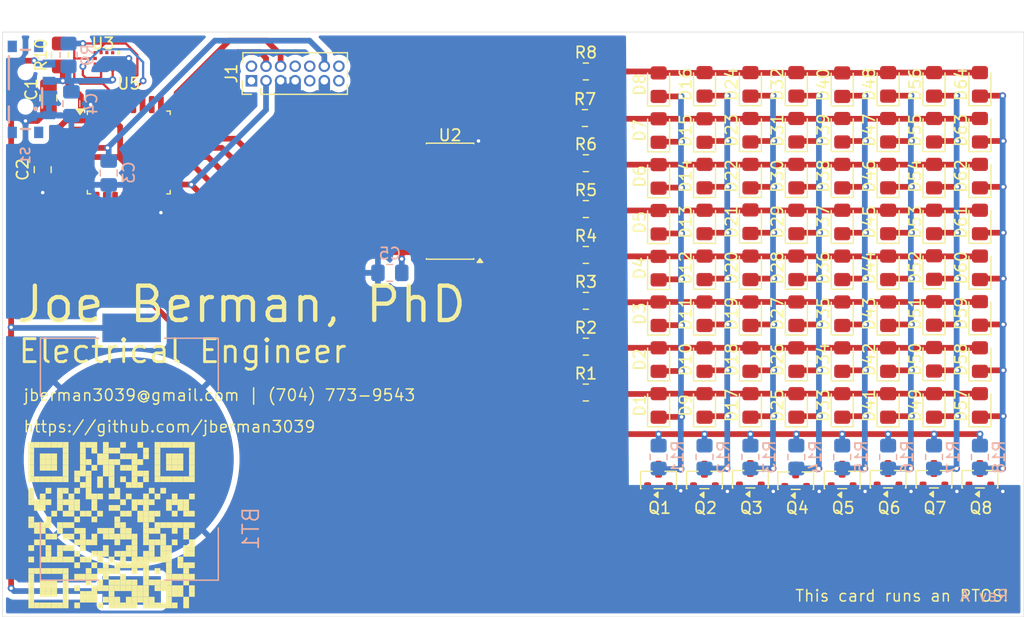
<source format=kicad_pcb>
(kicad_pcb (version 20241229) (generator "pcbnew") (generator_version "9.0")
  (layers (0 "F.Cu" signal) (2 "B.Cu" signal) (13 "F.Paste" user) (15 "B.Paste" user) (5 "F.SilkS" user "F.Silkscreen") (7 "B.SilkS" user "B.Silkscreen") (1 "F.Mask" user) (3 "B.Mask" user) (25 "Edge.Cuts" user))
  (net 0 "")
  (net 1 "GND")
  (net 3 "NRST")
  (net 6 "SWCLK")
  (net 7 "VDD")
  (net 8 "SWDIO")
  (net 20 "COL1_EN")
  (net 21 "Net-(D1-K)")
  (net 22 "COL2_EN")
  (net 23 "COL3_EN")
  (net 24 "COL4_EN")
  (net 25 "COL5_EN")
  (net 26 "COL6_EN")
  (net 27 "COL7_EN")
  (net 28 "COL8_EN")
  (net 29 "Net-(D10-K)")
  (net 30 "Net-(D17-K)")
  (net 31 "Net-(D25-K)")
  (net 32 "Net-(D33-K)")
  (net 33 "Net-(D41-K)")
  (net 34 "Net-(D49-K)")
  (net 35 "Net-(D57-K)")
  (net 36 "ROW1_EN")
  (net 37 "Net-(U2-QA)")
  (net 38 "Net-(U2-QB)")
  (net 39 "Net-(U2-QC)")
  (net 40 "Net-(U2-QD)")
  (net 41 "Net-(U2-QE)")
  (net 42 "Net-(U2-QF)")
  (net 43 "Net-(U2-QG)")
  (net 44 "Net-(U2-QH)")
  (net 45 "SRCLR")
  (net 46 "SER")
  (net 47 "SCL")
  (net 48 "INT")
  (net 57 "ROW2_EN")
  (net 58 "ROW3_EN")
  (net 59 "ROW4_EN")
  (net 60 "ROW5_EN")
  (net 61 "ROW6_EN")
  (net 62 "ROW7_EN")
  (net 63 "ROW8_EN")
  (net 64 "SDA")
  (net 65 "OE")
  (net 66 "Net-(BT1-PadP1)")
  (net 67 "SRCLK")
  (footprint "Resistor_SMD:R_0805_2012Metric_Pad1.20x1.40mm_HandSolder" (layer "F.Cu") (at 148.33125 85.9375)
    (property "Reference" "R1")
    (property "Value" "1KOhm")
  )
  (footprint "Connector_PinHeader_1.27mm:PinHeader_2x07_P1.27mm_Vertical" (layer "F.Cu") (at 119.19 58.75 90)
    (property "Reference" "J1")
    (property "Value" "Conn_ST_STDC14")
  )
  (footprint "Resistor_SMD:R_0805_2012Metric_Pad1.20x1.40mm_HandSolder" (layer "F.Cu") (at 148.33125 77.9375)
    (property "Reference" "R3")
    (property "Value" "1KOhm")
  )
  (footprint "LED_SMD:LED_0805_2012Metric_Pad1.15x1.40mm_HandSolder" (layer "F.Cu") (at 182.66875 71.0625 90)
    (property "Reference" "D61")
    (property "Value" "LED")
  )
  (footprint "LED_SMD:LED_0805_2012Metric_Pad1.15x1.40mm_HandSolder" (layer "F.Cu") (at 182.66875 87.0625 90)
    (property "Reference" "D57")
    (property "Value" "LED")
  )
  (footprint "Resistor_SMD:R_0805_2012Metric_Pad1.20x1.40mm_HandSolder" (layer "F.Cu") (at 148.33125 81.9375)
    (property "Reference" "R2")
    (property "Value" "1KOhm")
  )
  (footprint "LED_SMD:LED_0805_2012Metric_Pad1.15x1.40mm_HandSolder" (layer "F.Cu") (at 178.66875 75.0375 90)
    (property "Reference" "D52")
    (property "Value" "LED")
  )
  (footprint "LED_SMD:LED_0805_2012Metric_Pad1.15x1.40mm_HandSolder" (layer "F.Cu") (at 166.66875 71.0625 90)
    (property "Reference" "D29")
    (property "Value" "LED")
  )
  (footprint "LED_SMD:LED_0805_2012Metric_Pad1.15x1.40mm_HandSolder" (layer "F.Cu") (at 162.66875 87.0625 90)
    (property "Reference" "D17")
    (property "Value" "LED")
  )
  (footprint "LED_SMD:LED_0805_2012Metric_Pad1.15x1.40mm_HandSolder" (layer "F.Cu") (at 182.66875 79.0375 90)
    (property "Reference" "D59")
    (property "Value" "LED")
  )
  (footprint "LED_SMD:LED_0805_2012Metric_Pad1.15x1.40mm_HandSolder" (layer "F.Cu") (at 162.66875 67.0625 90)
    (property "Reference" "D22")
    (property "Value" "LED")
  )
  (footprint "LED_SMD:LED_0805_2012Metric_Pad1.15x1.40mm_HandSolder" (layer "F.Cu") (at 166.66875 87.0625 90)
    (property "Reference" "D25")
    (property "Value" "LED")
  )
  (footprint "LED_SMD:LED_0805_2012Metric_Pad1.15x1.40mm_HandSolder" (layer "F.Cu") (at 170.66875 63.0625 90)
    (property "Reference" "D39")
    (property "Value" "LED")
  )
  (footprint "LED_SMD:LED_0805_2012Metric_Pad1.15x1.40mm_HandSolder" (layer "F.Cu") (at 182.66875 75.0625 90)
    (property "Reference" "D60")
    (property "Value" "LED")
  )
  (footprint "LED_SMD:LED_0805_2012Metric_Pad1.15x1.40mm_HandSolder" (layer "F.Cu") (at 182.66875 63.0625 90)
    (property "Reference" "D63")
    (property "Value" "LED")
  )
  (footprint "Github_QR:Github_QR" (layer "F.Cu") (at 107 97.5)
    (property "Reference" "QR*****" (hide yes))
    (property "Value" "Github_QR" (hide yes))
  )
  (footprint "LED_SMD:LED_0805_2012Metric_Pad1.15x1.40mm_HandSolder" (layer "F.Cu") (at 158.66875 71.0625 90)
    (property "Reference" "D13")
    (property "Value" "LED")
  )
  (footprint "LED_SMD:LED_0805_2012Metric_Pad1.15x1.40mm_HandSolder" (layer "F.Cu") (at 166.66875 75.0625 90)
    (property "Reference" "D28")
    (property "Value" "LED")
  )
  (footprint "LED_SMD:LED_0805_2012Metric_Pad1.15x1.40mm_HandSolder" (layer "F.Cu") (at 154.66875 71.0875 90)
    (property "Reference" "D5")
    (property "Value" "LED")
  )
  (footprint "LED_SMD:LED_0805_2012Metric_Pad1.15x1.40mm_HandSolder" (layer "F.Cu") (at 178.66875 87.0625 90)
    (property "Reference" "D49")
    (property "Value" "LED")
  )
  (footprint "LED_SMD:LED_0805_2012Metric_Pad1.15x1.40mm_HandSolder" (layer "F.Cu") (at 162.66875 79.0625 90)
    (property "Reference" "D19")
    (property "Value" "LED")
  )
  (footprint "LED_SMD:LED_0805_2012Metric_Pad1.15x1.40mm_HandSolder" (layer "F.Cu") (at 158.66875 59.0625 90)
    (property "Reference" "D16")
    (property "Value" "LED")
  )
  (footprint "LED_SMD:LED_0805_2012Metric_Pad1.15x1.40mm_HandSolder" (layer "F.Cu") (at 174.66875 63.0625 90)
    (property "Reference" "D47")
    (property "Value" "LED")
  )
  (footprint "LED_SMD:LED_0805_2012Metric_Pad1.15x1.40mm_HandSolder" (layer "F.Cu") (at 166.66875 79.0625 90)
    (property "Reference" "D27")
    (property "Value" "LED")
  )
  (footprint "LED_SMD:LED_0805_2012Metric_Pad1.15x1.40mm_HandSolder" (layer "F.Cu") (at 162.66875 83.0625 90)
    (property "Reference" "D18")
    (property "Value" "LED")
  )
  (footprint "LED_SMD:LED_0805_2012Metric_Pad1.15x1.40mm_HandSolder" (layer "F.Cu") (at 170.66875 59.0875 90)
    (property "Reference" "D40")
    (property "Value" "LED")
  )
  (footprint "LED_SMD:LED_0805_2012Metric_Pad1.15x1.40mm_HandSolder" (layer "F.Cu") (at 154.66875 79.0625 90)
    (property "Reference" "D3")
    (property "Value" "LED")
  )
  (footprint "LED_SMD:LED_0805_2012Metric_Pad1.15x1.40mm_HandSolder" (layer "F.Cu") (at 166.66875 67.0625 90)
    (property "Reference" "D30")
    (property "Value" "LED")
  )
  (footprint "LED_SMD:LED_0805_2012Metric_Pad1.15x1.40mm_HandSolder" (layer "F.Cu") (at 174.66875 87.0625 90)
    (property "Reference" "D41")
    (property "Value" "LED")
  )
  (footprint "LED_SMD:LED_0805_2012Metric_Pad1.15x1.40mm_HandSolder" (layer "F.Cu") (at 158.66875 75.0625 90)
    (property "Reference" "D12")
    (property "Value" "LED")
  )
  (footprint "Package_TO_SOT_SMD:SOT-23" (layer "F.Cu") (at 170.6625 93.5625 90)
    (property "Reference" "Q5")
    (property "Value" "T2N7002AK")
  )
  (footprint "LED_SMD:LED_0805_2012Metric_Pad1.15x1.40mm_HandSolder" (layer "F.Cu") (at 166.66875 63.0625 90)
    (property "Reference" "D31")
    (property "Value" "LED")
  )
  (footprint "LED_SMD:LED_0805_2012Metric_Pad1.15x1.40mm_HandSolder" (layer "F.Cu") (at 178.66875 71.0625 90)
    (property "Reference" "D53")
    (property "Value" "LED")
  )
  (footprint "LED_SMD:LED_0805_2012Metric_Pad1.15x1.40mm_HandSolder" (layer "F.Cu") (at 162.66875 63.0625 90)
    (property "Reference" "D23")
    (property "Value" "LED")
  )
  (footprint "LED_SMD:LED_0805_2012Metric_Pad1.15x1.40mm_HandSolder" (layer "F.Cu") (at 178.66875 79.0375 90)
    (property "Reference" "D51")
    (property "Value" "LED")
  )
  (footprint "LED_SMD:LED_0805_2012Metric_Pad1.15x1.40mm_HandSolder" (layer "F.Cu") (at 178.66875 63.0625 90)
    (property "Reference" "D55")
    (property "Value" "LED")
  )
  (footprint "LED_SMD:LED_0805_2012Metric_Pad1.15x1.40mm_HandSolder" (layer "F.Cu") (at 158.66875 83.0625 90)
    (property "Reference" "D10")
    (property "Value" "LED")
  )
  (footprint "LED_SMD:LED_0805_2012Metric_Pad1.15x1.40mm_HandSolder" (layer "F.Cu") (at 174.66875 71.0625 90)
    (property "Reference" "D45")
    (property "Value" "LED")
  )
  (footprint "Resistor_SMD:R_0805_2012Metric_Pad1.20x1.40mm_HandSolder" (layer "F.Cu") (at 102.5 56.5 90)
    (property "Reference" "R10")
    (property "Value" "4.7KOhm")
  )
  (footprint "LED_SMD:LED_0805_2012Metric_Pad1.15x1.40mm_HandSolder" (layer "F.Cu") (at 182.66875 67.0625 90)
    (property "Reference" "D62")
    (property "Value" "LED")
  )
  (footprint "Capacitor_SMD:C_0805_2012Metric_Pad1.18x1.45mm_HandSolder" (layer "F.Cu") (at 101.5 60.25 -90)
    (property "Reference" "C1")
    (property "Value" "0.47uF")
  )
  (footprint "LED_SMD:LED_0805_2012Metric_Pad1.15x1.40mm_HandSolder" (layer "F.Cu") (at 154.66875 67.0875 90)
    (property "Reference" "D6")
    (property "Value" "LED")
  )
  (footprint "Resistor_SMD:R_0805_2012Metric_Pad1.20x1.40mm_HandSolder" (layer "F.Cu") (at 148.33125 69.9375)
    (property "Reference" "R5")
    (property "Value" "1KOhm")
  )
  (footprint "footprints:MXC6655XA_MEM" (layer "F.Cu") (at 106.337 57.049999)
    (property "Reference" "U3")
    (property "Value" "MXC6655XA")
  )
  (footprint "LED_SMD:LED_0805_2012Metric_Pad1.15x1.40mm_HandSolder" (layer "F.Cu") (at 182.66875 83.0625 90)
    (property "Reference" "D58")
    (property "Value" "LED")
  )
  (footprint "LED_SMD:LED_0805_2012Metric_Pad1.15x1.40mm_HandSolder" (layer "F.Cu") (at 174.66875 83.0625 90)
    (property "Reference" "D42")
    (property "Value" "LED")
  )
  (footprint "LED_SMD:LED_0805_2012Metric_Pad1.15x1.40mm_HandSolder" (layer "F.Cu") (at 170.66875 87.0625 90)
    (property "Reference" "D33")
    (property "Value" "LED")
  )
  (footprint "Package_TO_SOT_SMD:SOT-23" (layer "F.Cu") (at 158.6625 93.5625 90)
    (property "Reference" "Q2")
    (property "Value" "T2N7002AK")
  )
  (footprint "Package_TO_SOT_SMD:SOT-23" (layer "F.Cu") (at 154.6625 93.5625 90)
    (property "Reference" "Q1")
    (property "Value" "T2N7002AK")
  )
  (footprint "LED_SMD:LED_0805_2012Metric_Pad1.15x1.40mm_HandSolder" (layer "F.Cu") (at 174.66875 79.0625 90)
    (property "Reference" "D43")
    (property "Value" "LED")
  )
  (footprint "LED_SMD:LED_0805_2012Metric_Pad1.15x1.40mm_HandSolder" (layer "F.Cu") (at 174.66875 75.0625 90)
    (property "Reference" "D44")
    (property "Value" "LED")
  )
  (footprint "LED_SMD:LED_0805_2012Metric_Pad1.15x1.40mm_HandSolder" (layer "F.Cu") (at 154.66875 83.0625 90)
    (property "Reference" "D2")
    (property "Value" "LED")
  )
  (footprint "LED_SMD:LED_0805_2012Metric_Pad1.15x1.40mm_HandSolder" (layer "F.Cu") (at 174.66875 67.0625 90)
    (property "Reference" "D46")
    (property "Value" "LED")
  )
  (footprint "LED_SMD:LED_0805_2012Metric_Pad1.15x1.40mm_HandSolder" (layer "F.Cu") (at 178.66875 83.0375 90)
    (property "Reference" "D50")
    (property "Value" "LED")
  )
  (footprint "Package_TO_SOT_SMD:SOT-23" (layer "F.Cu") (at 182.6625 93.5 90)
    (property "Reference" "Q8")
    (property "Value" "T2N7002AK")
  )
  (footprint "Package_TO_SOT_SMD:SOT-23" (layer "F.Cu") (at 178.6625 93.5 90)
    (property "Reference" "Q7")
    (property "Value" "T2N7002AK")
  )
  (footprint "LED_SMD:LED_0805_2012Metric_Pad1.15x1.40mm_HandSolder" (layer "F.Cu") (at 162.66875 59.0625 90)
    (property "Reference" "D24")
    (property "Value" "LED")
  )
  (footprint "LED_SMD:LED_0805_2012Metric_Pad1.15x1.40mm_HandSolder" (layer "F.Cu") (at 154.66875 63.0875 90)
    (property "Reference" "D7")
    (property "Value" "LED")
  )
  (footprint "Package_TO_SOT_SMD:SOT-23" (layer "F.Cu") (at 162.6625 93.5 90)
    (property "Reference" "Q3")
    (property "Value" "T2N7002AK")
  )
  (footprint "Resistor_SMD:R_0805_2012Metric_Pad1.20x1.40mm_HandSolder" (layer "F.Cu") (at 148.33125 73.9375)
    (property "Reference" "R4")
    (property "Value" "1KOhm")
  )
  (footprint "LED_SMD:LED_0805_2012Metric_Pad1.15x1.40mm_HandSolder" (layer "F.Cu") (at 182.66875 59.0625 90)
    (property "Reference" "D64")
    (property "Value" "LED")
  )
  (footprint "Package_TO_SOT_SMD:SOT-23" (layer "F.Cu") (at 166.6125 93.625 90)
    (property "Reference" "Q4")
    (property "Value" "T2N7002AK")
  )
  (footprint "Package_TO_SOT_SMD:SOT-23" (layer "F.Cu") (at 174.6625 93.5 90)
    (property "Reference" "Q6")
    (property "Value" "T2N7002AK")
  )
  (footprint "LED_SMD:LED_0805_2012Metric_Pad1.15x1.40mm_HandSolder" (layer "F.Cu") (at 158.66875 87.0625 90)
    (property "Reference" "D9")
    (property "Value" "LED")
  )
  (footprint "Capacitor_SMD:C_0805_2012Metric_Pad1.18x1.45mm_HandSolder" (layer "F.Cu") (at 101 66.5 -90)
    (property "Reference" "C2")
    (property "Value" "100nF")
  )
  (footprint "LED_SMD:LED_0805_2012Metric_Pad1.15x1.40mm_HandSolder" (layer "F.Cu") (at 178.66875 59.0625 90)
    (property "Reference" "D56")
    (property "Value" "LED")
  )
  (footprint "LED_SMD:LED_0805_2012Metric_Pad1.15x1.40mm_HandSolder" (layer "F.Cu") (at 166.66875 59.0625 90)
    (property "Reference" "D32")
    (property "Value" "LED")
  )
  (footprint "LED_SMD:LED_0805_2012Metric_Pad1.15x1.40mm_HandSolder" (layer "F.Cu") (at 154.66875 75.0875 90)
    (property "Reference" "D4")
    (property "Value" "LED")
  )
  (footprint "Package_QFP:LQFP-32_7x7mm_P0.8mm" (layer "F.Cu") (at 108.5 65)
    (property "Reference" "U5")
    (property "Value" "STM32L412K8Tx")
  )
  (footprint "LED_SMD:LED_0805_2012Metric_Pad1.15x1.40mm_HandSolder" (layer "F.Cu") (at 170.66875 83.0625 90)
    (property "Reference" "D34")
    (property "Value" "LED")
  )
  (footprint "LED_SMD:LED_0805_2012Metric_Pad1.15x1.40mm_HandSolder" (layer "F.Cu") (at 162.66875 75.0625 90)
    (property "Reference" "D20")
    (property "Value" "LED")
  )
  (footprint "Package_SO:SOIC-16_3.9x9.9mm_P1.27mm" (layer "F.Cu") (at 136.5 69.25 180)
    (property "Reference" "U2")
    (property "Value" "74HC595")
  )
  (footprint "LED_SMD:LED_0805_2012Metric_Pad1.15x1.40mm_HandSolder" (layer "F.Cu") (at 170.66875 75.0625 90)
    (property "Reference" "D36")
    (property "Value" "LED")
  )
  (footprint "LED_SMD:LED_0805_2012Metric_Pad1.15x1.40mm_HandSolder" (layer "F.Cu") (at 154.66875 59.0875 90)
    (property "Reference" "D8")
    (property "Value" "LED")
  )
  (footprint "Resistor_SMD:R_0805_2012Metric_Pad1.20x1.40mm_HandSolder" (layer "F.Cu") (at 148.33125 65.9375)
    (property "Reference" "R6")
    (property "Value" "1KOhm")
  )
  (footprint "LED_SMD:LED_0805_2012Metric_Pad1.15x1.40mm_HandSolder" (layer "F.Cu") (at 170.66875 71.0625 90)
    (property "Reference" "D37")
    (property "Value" "LED")
  )
  (footprint "LED_SMD:LED_0805_2012Metric_Pad1.15x1.40mm_HandSolder" (layer "F.Cu") (at 158.66875 79.0625 90)
    (property "Reference" "D11")
    (property "Value" "LED")
  )
  (footprint "LED_SMD:LED_0805_2012Metric_Pad1.15x1.40mm_HandSolder" (layer "F.Cu") (at 166.66875 83.0625 90)
    (property "Reference" "D26")
    (property "Value" "LED")
  )
  (footprint "LED_SMD:LED_0805_2012Metric_Pad1.15x1.40mm_HandSolder" (layer "F.Cu") (at 178.66875 67.0625 90)
    (property "Reference" "D54")
    (property "Value" "LED")
  )
  (footprint "LED_SMD:LED_0805_2012Metric_Pad1.15x1.40mm_HandSolder" (layer "F.Cu") (at 170.66875 79.0625 90)
    (property "Reference" "D35")
    (property "Value" "LED")
  )
  (footprint "Resistor_SMD:R_0805_2012Metric_Pad1.20x1.40mm_HandSolder" (layer "F.Cu") (at 148.33125 57.9375)
    (property "Reference" "R8")
    (property "Value" "1KOhm")
  )
  (footprint "LED_SMD:LED_0805_2012Metric_Pad1.15x1.40mm_HandSolder" (layer "F.Cu") (at 158.66875 63.0875 90)
    (property "Reference" "D15")
    (property "Value" "LED")
  )
  (footprint "LED_SMD:LED_0805_2012Metric_Pad1.15x1.40mm_HandSolder" (layer "F.Cu") (at 162.66875 71.0375 90)
    (property "Reference" "D21")
    (property "Value" "LED")
  )
  (footprint "Resistor_SMD:R_0805_2012Metric_Pad1.20x1.40mm_HandSolder" (layer "F.Cu") (at 148.25 62)
    (property "Reference" "R7")
    (property "Value" "1KOhm")
  )
  (footprint "LED_SMD:LED_0805_2012Metric_Pad1.15x1.40mm_HandSolder" (layer "F.Cu") (at 170.66875 67.0625 90)
    (property "Reference" "D38")
    (property "Value" "LED")
  )
  (footprint "LED_SMD:LED_0805_2012Metric_Pad1.15x1.40mm_HandSolder" (layer "F.Cu") (at 154.66875 87.0625 90)
    (property "Reference" "D1")
    (property "Value" "LED")
  )
  (footprint "LED_SMD:LED_0805_2012Metric_Pad1.15x1.40mm_HandSolder" (layer "F.Cu") (at 158.66875 67.0625 90)
    (property "Reference" "D14")
    (property "Value" "LED")
  )
  (footprint "LED_SMD:LED_0805_2012Metric_Pad1.15x1.40mm_HandSolder" (layer "F.Cu") (at 174.66875 59.0625 90)
    (property "Reference" "D48")
    (property "Value" "LED")
  )
  (footprint "Resistor_SMD:R_0805_2012Metric_Pad1.20x1.40mm_HandSolder" (layer "B.Cu") (at 103.25 56.5 90)
    (property "Reference" "R9")
    (property "Value" "4.7KOhm")
  )
  (footprint "BAT-HLD-001:BAT_BAT-HLD-001" (layer "B.Cu") (at 108.75 91.75 90)
    (property "Reference" "BT1")
    (property "Value" "BAT-HLD-001")
  )
  (footprint "Resistor_SMD:R_0805_2012Metric_Pad1.20x1.40mm_HandSolder" (layer "B.Cu") (at 158.66875 91.5625 90)
    (property "Reference" "R12")
    (property "Value" "10KOhm")
  )
  (footprint "Resistor_SMD:R_0805_2012Metric_Pad1.20x1.40mm_HandSolder" (layer "B.Cu") (at 182.66875 91.5625 90)
    (property "Reference" "R18")
    (property "Value" "10KOhm")
  )
  (footprint "Resistor_SMD:R_0805_2012Metric_Pad1.20x1.40mm_HandSolder" (layer "B.Cu") (at 178.66875 91.5625 90)
    (property "Reference" "R17")
    (property "Value" "10KOhm")
  )
  (footprint "Resistor_SMD:R_0805_2012Metric_Pad1.20x1.40mm_HandSolder" (layer "B.Cu") (at 154.66875 91.5625 90)
    (property "Reference" "R11")
    (property "Value" "10KOhm")
  )
  (footprint "Resistor_SMD:R_0805_2012Metric_Pad1.20x1.40mm_HandSolder" (layer "B.Cu") (at 162.66875 91.5625 90)
    (property "Reference" "R13")
    (property "Value" "10KOhm")
  )
  (footprint "Resistor_SMD:R_0805_2012Metric_Pad1.20x1.40mm_HandSolder" (layer "B.Cu") (at 174.66875 91.5625 90)
    (property "Reference" "R16")
    (property "Value" "10KOhm")
  )
  (footprint "Capacitor_SMD:C_0805_2012Metric_Pad1.18x1.45mm_HandSolder" (layer "B.Cu") (at 106.75 66.7875 -90)
    (property "Reference" "C3")
    (property "Value" "100nF")
  )
  (footprint "450404015514:450404015514" (layer "B.Cu") (at 99.5 59.5 -90)
    (property "Reference" "S1")
    (property "Value" "450404015514")
  )
  (footprint "Capacitor_SMD:C_0805_2012Metric_Pad1.18x1.45mm_HandSolder" (layer "B.Cu") (at 103.5 60.75 -90)
    (property "Reference" "C4")
    (property "Value" "100nF")
  )
  (footprint "Resistor_SMD:R_0805_2012Metric_Pad1.20x1.40mm_HandSolder" (layer "B.Cu") (at 170.66875 91.5625 90)
    (property "Reference" "R15")
    (property "Value" "10KOhm")
  )
  (footprint "Resistor_SMD:R_0805_2012Metric_Pad1.20x1.40mm_HandSolder" (layer "B.Cu") (at 166.66875 91.5625 90)
    (property "Reference" "R14")
    (property "Value" "10KOhm")
  )
  (footprint "Capacitor_SMD:C_0805_2012Metric_Pad1.18x1.45mm_HandSolder" (layer "B.Cu") (at 131.25 75.5 180)
    (property "Reference" "C5")
    (property "Value" "100nF")
  )
  (gr_rect (start 97.5 54.5) (end 186.5 105.5) (stroke (width 0.05)) (fill no) (layer "Edge.Cuts"))
  (gr_text "Joe Berman, PhD" (at 98.5 80 0) (layer "F.SilkS") (effects (font (size 3 3) (thickness 0.375)) (justify left bottom)))
  (gr_text "Electrical Engineer" (at 98.75 83.5 0) (layer "F.SilkS") (effects (font (size 2 2) (thickness 0.25)) (justify left bottom)))
  (gr_text "https://github.com/jberman3039" (at 99.25 89.5 0) (layer "F.SilkS") (effects (font (size 1 1) (thickness 0.125)) (justify left bottom)))
  (gr_text "jberman3039@gmail.com | (704) 773-9543" (at 99.25 86.75 0) (layer "F.SilkS") (effects (font (size 1 1) (thickness 0.125)) (justify left bottom)))
  (gr_text "This card runs an RTOS!" (at 166.5 104.25 0) (layer "F.SilkS") (effects (font (size 1 1) (thickness 0.125)) (justify left bottom)))
  (gr_text "Rev A" (at 185.25 104.25 0) (layer "B.SilkS") (effects (font (size 1 1) (thickness 0.125)) (justify left bottom mirror)))
  (segment (start 183.675 94.5625) (end 184.6625 94.5625) (width 0.5) (layer "F.Cu") (net 1))
  (segment (start 175.675 94.5625) (end 176.6625 94.5625) (width 0.5) (layer "F.Cu") (net 1))
  (segment (start 163.675 94.5625) (end 164.6625 94.5625) (width 0.5) (layer "F.Cu") (net 1))
  (segment (start 138.975 64.805) (end 138.975 64) (width 0.5) (layer "F.Cu") (net 1))
  (segment (start 105.175 60.825) (end 106.5 60.825) (width 0.5) (layer "F.Cu") (net 1))
  (segment (start 108.5 56.799999) (end 107.099 56.799999) (width 0.2) (layer "F.Cu") (net 1))
  (segment (start 167.675 94.5625) (end 168.6625 94.5625) (width 0.5) (layer "F.Cu") (net 1))
  (segment (start 111.3 69.175) (end 111.3 70.25) (width 0.5) (layer "F.Cu") (net 1))
  (segment (start 159.675 94.5625) (end 160.6625 94.5625) (width 0.5) (layer "F.Cu") (net 1))
  (segment (start 155.6125 94.5) (end 156.6 94.5) (width 0.5) (layer "F.Cu") (net 1))
  (segment (start 101 68.5) (end 101 67.5375) (width 0.5) (layer "F.Cu") (net 1))
  (segment (start 100.5375 62.25) (end 99.5 62.25) (width 0.5) (layer "F.Cu") (net 1))
  (segment (start 171.675 94.5625) (end 172.6625 94.5625) (width 0.5) (layer "F.Cu") (net 1))
  (segment (start 101.5 61.2875) (end 100.5375 62.25) (width 0.5) (layer "F.Cu") (net 1))
  (segment (start 179.675 94.5625) (end 180.6625 94.5625) (width 0.5) (layer "F.Cu") (net 1))
  (via (at 184.6625 94.5625) (size 0.6) (drill 0.3) (layers "F.Cu" "B.Cu") (net 1))
  (via (at 160.6625 94.5625) (size 0.6) (drill 0.3) (layers "F.Cu" "B.Cu") (net 1))
  (via (at 105.175 60.825) (size 0.6) (drill 0.3) (layers "F.Cu" "B.Cu") (net 1))
  (via (at 156.6 94.5) (size 0.6) (drill 0.3) (layers "F.Cu" "B.Cu") (net 1))
  (via (at 172.6625 94.5625) (size 0.6) (drill 0.3) (layers "F.Cu" "B.Cu") (net 1))
  (via (at 138.975 64) (size 0.6) (drill 0.3) (layers "F.Cu" "B.Cu") (net 1))
  (via (at 176.6625 94.5625) (size 0.6) (drill 0.3) (layers "F.Cu" "B.Cu") (net 1))
  (via (at 168.6625 94.5625) (size 0.6) (drill 0.3) (layers "F.Cu" "B.Cu") (net 1))
  (via (at 111.3 70.25) (size 0.6) (drill 0.3) (layers "F.Cu" "B.Cu") (net 1))
  (via (at 108.5 56.799999) (size 0.6) (drill 0.3) (layers "F.Cu" "B.Cu") (net 1))
  (via (at 180.6625 94.5625) (size 0.6) (drill 0.3) (layers "F.Cu" "B.Cu") (net 1))
  (via (at 99.5 62.25) (size 0.6) (drill 0.3) (layers "F.Cu" "B.Cu") (net 1))
  (via (at 101 68.5) (size 0.6) (drill 0.3) (layers "F.Cu" "B.Cu") (net 1))
  (via (at 164.6625 94.5625) (size 0.6) (drill 0.3) (layers "F.Cu" "B.Cu") (net 1))
  (segment (start 125.54 58.75) (end 125.54 61) (width 1) (layer "B.Cu") (net 1))
  (segment (start 156.6625 94.5625) (end 156.6 94.5) (width 0.5) (layer "B.Cu") (net 1))
  (segment (start 101.55 61.75) (end 101.5 61.75) (width 0.5) (layer "B.Cu") (net 1))
  (segment (start 123 58.75) (end 123 61) (width 1) (layer "B.Cu") (net 1))
  (segment (start 108.5 56.799999) (end 108.551 56.850999) (width 0.5) (layer "B.Cu") (net 1))
  (segment (start 121.75 58.77) (end 121.75 61) (width 1) (layer "B.Cu") (net 1))
  (segment (start 121.73 58.75) (end 121.75 58.77) (width 0.5) (layer "B.Cu") (net 1))
  (segment (start 104.325 64.6) (end 106.65 64.6) (width 0.5) (layer "F.Cu") (net 3))
  (via (at 106.65 64.6) (size 0.6) (drill 0.3) (layers "F.Cu" "B.Cu") (net 3))
  (segment (start 124.25 55.25) (end 125.54 56.54) (width 0.5) (layer "B.Cu") (net 3))
  (segment (start 116 55.25) (end 124.25 55.25) (width 0.5) (layer "B.Cu") (net 3))
  (segment (start 125.54 56.54) (end 125.54 57.48) (width 0.5) (layer "B.Cu") (net 3))
  (segment (start 106.75 65.75) (end 106.75 64.7) (width 0.5) (layer "B.Cu") (net 3))
  (segment (start 106.75 64.7) (end 106.65 64.6) (width 0.5) (layer "B.Cu") (net 3))
  (segment (start 106.65 64.6) (end 116 55.25) (width 0.5) (layer "B.Cu") (net 3))
  (segment (start 121.73 56.481) (end 121.73 57.48) (width 0.5) (layer "F.Cu") (net 6))
  (segment (start 112.675 59.825) (end 117.249 55.251) (width 0.5) (layer "F.Cu") (net 6))
  (segment (start 112.675 62.2) (end 112.675 59.825) (width 0.5) (layer "F.Cu") (net 6))
  (segment (start 117.249 55.251) (end 120.5 55.251) (width 0.5) (layer "F.Cu") (net 6))
  (segment (start 120.5 55.251) (end 121.73 56.481) (width 0.5) (layer "F.Cu") (net 6))
  (segment (start 134.025 74.75) (end 134.025 76.5) (width 0.5) (layer "F.Cu") (net 7))
  (segment (start 107.65 65.4) (end 110.05 67.8) (width 0.5) (layer "F.Cu") (net 7))
  (segment (start 107.2 62.2) (end 107.75 62.75) (width 0.5) (layer "F.Cu") (net 7))
  (segment (start 102.25 65.3375) (end 102.25 63) (width 0.5) (layer "F.Cu") (net 7))
  (segment (start 104.325 65.4) (end 102.3125 65.4) (width 0.5) (layer "F.Cu") (net 7))
  (segment (start 112.675 67.8) (end 113.95 67.8) (width 0.5) (layer "F.Cu") (net 7))
  (segment (start 104.325 62.2) (end 104.325 60.075) (width 0.5) (layer "F.Cu") (net 7))
  (segment (start 102.1875 65.4) (end 101.0625 65.4) (width 0.5) (layer "F.Cu") (net 7))
  (segment (start 110.05 67.8) (end 112.675 67.8) (width 0.5) (layer "F.Cu") (net 7))
  (segment (start 104.325 62.2) (end 107.2 62.2) (width 0.5) (layer "F.Cu") (net 7))
  (segment (start 134.025 73.695) (end 134.025 74.75) (width 0.5) (layer "F.Cu") (net 7))
  (segment (start 101.9625 58.75) (end 101.5 59.2125) (width 0.5) (layer "F.Cu") (net 7))
  (segment (start 103 58.75) (end 102.75 58.75) (width 0.5) (layer "F.Cu") (net 7))
  (segment (start 102.75 57.75) (end 102.5 57.5) (width 0.5) (layer "F.Cu") (net 7))
  (segment (start 103.05 62.2) (end 104.325 62.2) (width 0.5) (layer "F.Cu") (net 7))
  (segment (start 104.325 65.4) (end 107.65 65.4) (width 0.5) (layer "F.Cu") (net 7))
  (segment (start 107.75 65.3) (end 107.65 65.4) (width 0.5) (layer "F.Cu") (net 7))
  (segment (start 104.325 60.075) (end 103 58.75) (width 0.5) (layer "F.Cu") (net 7))
  (segment (start 134.025 76.775) (end 146.8125 89.5625) (width 0.5) (layer "F.Cu") (net 7))
  (segment (start 134.025 76.5) (end 134.025 76.775) (width 0.5) (layer "F.Cu") (net 7))
  (segment (start 132.25 73.695) (end 134.025 73.695) (width 0.5) (layer "F.Cu") (net 7))
  (segment (start 107.75 62.75) (end 107.75 65.3) (width 0.5) (layer "F.Cu") (net 7))
  (segment (start 107.099 58.651) (end 107.099 57.8) (width 0.2) (layer "F.Cu") (net 7))
  (segment (start 102.25 63) (end 103.05 62.2) (width 0.5) (layer "F.Cu") (net 7))
  (segment (start 102.75 58.75) (end 101.9625 58.75) (width 0.5) (layer "F.Cu") (net 7))
  (segment (start 101.0625 65.4) (end 101 65.4625) (width 0.5) (layer "F.Cu") (net 7))
  (segment (start 102.75 58.75) (end 102.75 57.75) (width 0.5) (layer "F.Cu") (net 7))
  (segment (start 182.66875 89.5625) (end 154.66875 89.5625) (width 0.5) (layer "F.Cu") (net 7))
  (segment (start 102.25 65.3375) (end 102.1875 65.4) (width 0.5) (layer "F.Cu") (net 7))
  (segment (start 113.95 67.8) (end 119.845 73.695) (width 0.5) (layer "F.Cu") (net 7))
  (segment (start 119.845 73.695) (end 132.25 73.695) (width 0.5) (layer "F.Cu") (net 7))
  (segment (start 146.8125 89.5625) (end 154.66875 89.5625) (width 0.5) (layer "F.Cu") (net 7))
  (segment (start 132.2875 74.2875) (end 132.2875 73.7325) (width 0.5) (layer "F.Cu") (net 7))
  (segment (start 102.3125 65.4) (end 102.25 65.3375) (width 0.5) (layer "F.Cu") (net 7))
  (via (at 113.95 67.8) (size 0.6) (drill 0.3) (layers "F.Cu" "B.Cu") (net 7))
  (via (at 170.66875 89.5625) (size 0.6) (drill 0.3) (layers "F.Cu" "B.Cu") (net 7))
  (via (at 174.66875 89.5625) (size 0.6) (drill 0.3) (layers "F.Cu" "B.Cu") (net 7))
  (via (at 158.66875 89.5625) (size 0.6) (drill 0.3) (layers "F.Cu" "B.Cu") (net 7))
  (via (at 162.66875 89.5625) (size 0.6) (drill 0.3) (layers "F.Cu" "B.Cu") (net 7))
  (via (at 166.66875 89.5625) (size 0.6) (drill 0.3) (layers "F.Cu" "B.Cu") (net 7))
  (via (at 178.66875 89.5625) (size 0.6) (drill 0.3) (layers "F.Cu" "B.Cu") (net 7))
  (via (at 132.2875 74.2875) (size 0.6) (drill 0.3) (layers "F.Cu" "B.Cu") (net 7))
  (via (at 107.099 58.651) (size 0.6) (drill 0.3) (layers "F.Cu" "B.Cu") (net 7))
  (via (at 102.75 58.75) (size 0.6) (drill 0.3) (layers "F.Cu" "B.Cu") (net 7))
  (via (at 154.66875 89.5625) (size 0.6) (drill 0.3) (layers "F.Cu" "B.Cu") (net 7))
  (via (at 182.66875 89.5625) (size 0.6) (drill 0.3) (layers "F.Cu" "B.Cu") (net 7))
  (segment (start 166.66875 90.5625) (end 166.66875 89.5625) (width 0.5) (layer "B.Cu") (net 7))
  (segment (start 107 58.75) (end 103.5 58.75) (width 0.5) (layer "B.Cu") (net 7))
  (segment (start 174.66875 90.5625) (end 174.66875 89.5625) (width 0.5) (layer "B.Cu") (net 7))
  (segment (start 120.46 61.29) (end 120.46 58.75) (width 0.5) (layer "B.Cu") (net 7))
  (segment (start 101.55 58.75) (end 102.75 58.75) (width 0.5) (layer "B.Cu") (net 7))
  (segment (start 154.66875 90.5625) (end 154.66875 89.5625) (width 0.5) (layer "B.Cu") (net 7))
  (segment (start 162.66875 90.5625) (end 162.66875 89.5625) (width 0.5) (layer "B.Cu") (net 7))
  (segment (start 107.099 58.651) (end 107 58.75) (width 0.5) (layer "B.Cu") (net 7))
  (segment (start 132.2875 74.2875) (end 132.2875 75.5) (width 0.5) (layer "B.Cu") (net 7))
  (segment (start 113.95 67.8) (end 120.46 61.29) (width 0.5) (layer "B.Cu") (net 7))
  (segment (start 103.5 58.75) (end 103.25 58.75) (width 0.5) (layer "B.Cu") (net 7))
  (segment (start 103.25 58.75) (end 102.75 58.75) (width 0.5) (layer "B.Cu") (net 7))
  (segment (start 103.25 58.75) (end 103.25 57.5) (width 0.5) (layer "B.Cu") (net 7))
  (segment (start 182.66875 90.5625) (end 182.66875 89.5625) (width 0.5) (layer "B.Cu") (net 7))
  (segment (start 158.66875 90.5625) (end 158.66875 89.5625) (width 0.5) (layer "B.Cu") (net 7))
  (segment (start 170.66875 90.5625) (end 170.66875 89.5625) (width 0.5) (layer "B.Cu") (net 7))
  (segment (start 178.66875 90.5625) (end 178.66875 89.5625) (width 0.5) (layer "B.Cu") (net 7))
  (segment (start 103.5 59.7125) (end 103.5 58.75) (width 0.5) (layer "B.Cu") (net 7))
  (segment (start 114.120682 60.120682) (end 117.991364 56.25) (width 0.5) (layer "F.Cu") (net 8))
  (segment (start 117.991364 56.25) (end 119.937106 56.25) (width 0.5) (layer "F.Cu") (net 8))
  (segment (start 114.120682 62.629318) (end 114.120682 60.120682) (width 0.5) (layer "F.Cu") (net 8))
  (segment (start 113.75 63) (end 114.120682 62.629318) (width 0.5) (layer "F.Cu") (net 8))
  (segment (start 119.937106 56.25) (end 120.46 56.772894) (width 0.5) (layer "F.Cu") (net 8))
  (segment (start 112.675 63) (end 113.75 63) (width 0.5) (layer "F.Cu") (net 8))
  (segment (start 120.46 56.772894) (end 120.46 57.48) (width 0.5) (layer "F.Cu") (net 8))
  (segment (start 110.5 70.712075) (end 136.037925 96.25) (width 0.5) (layer "F.Cu") (net 20))
  (segment (start 136.037925 96.25) (end 152.5 96.25) (width 0.5) (layer "F.Cu") (net 20))
  (segment (start 110.5 69.175) (end 110.5 70.712075) (width 0.5) (layer "F.Cu") (net 20))
  (segment (start 152.5 96.25) (end 153.7125 95.0375) (width 0.5) (layer "F.Cu") (net 20))
  (segment (start 153.7125 95.0375) (end 153.7125 94.5) (width 0.5) (layer "F.Cu") (net 20))
  (segment (start 154.71875 68.0625) (end 156.66875 68.0625) (width 0.5) (layer "F.Cu") (net 21))
  (segment (start 154.71875 80.0625) (end 156.66875 80.0625) (width 0.5) (layer "F.Cu") (net 21))
  (segment (start 154.6625 92.625) (end 156.6 92.625) (width 0.5) (layer "F.Cu") (net 21))
  (segment (start 154.71875 84.0625) (end 156.66875 84.0625) (width 0.5) (layer "F.Cu") (net 21))
  (segment (start 154.71875 64.0625) (end 156.66875 64.0625) (width 0.5) (layer "F.Cu") (net 21))
  (segment (start 154.71875 76.0625) (end 156.66875 76.0625) (width 0.5) (layer "F.Cu") (net 21))
  (segment (start 154.71875 72.0625) (end 156.66875 72.0625) (width 0.5) (layer "F.Cu") (net 21))
  (segment (start 154.66875 60.1125) (end 156.61875 60.1125) (width 0.5) (layer "F.Cu") (net 21))
  (segment (start 154.71875 88.0625) (end 156.66875 88.0625) (width 0.5) (layer "F.Cu") (net 21))
  (via (at 156.66875 84.0625) (size 0.6) (drill 0.3) (layers "F.Cu" "B.Cu") (net 21))
  (via (at 156.66875 64.0625) (size 0.6) (drill 0.3) (layers "F.Cu" "B.Cu") (net 21))
  (via (at 156.66875 80.0625) (size 0.6) (drill 0.3) (layers "F.Cu" "B.Cu") (net 21))
  (via (at 156.6 92.625) (size 0.6) (drill 0.3) (layers "F.Cu" "B.Cu") (net 21))
  (via (at 156.61875 60.1125) (size 0.6) (drill 0.3) (layers "F.Cu" "B.Cu") (net 21))
  (via (at 156.66875 68.0625) (size 0.6) (drill 0.3) (layers "F.Cu" "B.Cu") (net 21))
  (via (at 156.66875 76.0625) (size 0.6) (drill 0.3) (layers "F.Cu" "B.Cu") (net 21))
  (via (at 156.66875 88.0625) (size 0.6) (drill 0.3) (layers "F.Cu" "B.Cu") (net 21))
  (via (at 156.66875 72.0625) (size 0.6) (drill 0.3) (layers "F.Cu" "B.Cu") (net 21))
  (segment (start 156.61875 88.0125) (end 156.66875 88.0625) (width 0.5) (layer "B.Cu") (net 21))
  (segment (start 156.6 88.13125) (end 156.66875 88.0625) (width 0.5) (layer "B.Cu") (net 21))
  (segment (start 156.61875 60.1125) (end 156.61875 88.0125) (width 0.5) (layer "B.Cu") (net 21))
  (segment (start 156.6 92.625) (end 156.6 88.13125) (width 0.5) (layer "B.Cu") (net 21))
  (segment (start 156.6 92.625) (end 154.73125 92.625) (width 0.5) (layer "B.Cu") (net 21))
  (segment (start 156.66875 92.55625) (end 156.6 92.625) (width 0.5) (layer "B.Cu") (net 21))
  (segment (start 109.749 69.175) (end 109.749 71.023149) (width 0.5) (layer "F.Cu") (net 22))
  (segment (start 157.7125 95.0375) (end 157.7125 94.5) (width 0.5) (layer "F.Cu") (net 22))
  (segment (start 109.749 71.023149) (end 135.726851 97.001) (width 0.5) (layer "F.Cu") (net 22))
  (segment (start 135.726851 97.001) (end 155.749 97.001) (width 0.5) (layer "F.Cu") (net 22))
  (segment (start 109.7 69.175) (end 109.749 69.175) (width 0.5) (layer "F.Cu") (net 22))
  (segment (start 155.749 97.001) (end 157.7125 95.0375) (width 0.5) (layer "F.Cu") (net 22))
  (segment (start 108.9 71.236223) (end 135.415777 97.752) (width 0.5) (layer "F.Cu") (net 23))
  (segment (start 156.747574 97.752) (end 156.749574 97.75) (width 0.5) (layer "F.Cu") (net 23))
  (segment (start 135.415777 97.752) (end 156.747574 97.752) (width 0.5) (layer "F.Cu") (net 23))
  (segment (start 161.75 95.5) (end 161.7125 95.4625) (width 0.5) (layer "F.Cu") (net 23))
  (segment (start 159.5 97.75) (end 161.75 95.5) (width 0.5) (layer "F.Cu") (net 23))
  (segment (start 161.7125 95.4625) (end 161.7125 94.4375) (width 0.5) (layer "F.Cu") (net 23))
  (segment (start 156.749574 97.75) (end 159.5 97.75) (width 0.5) (layer "F.Cu") (net 23))
  (segment (start 108.9 69.175) (end 108.9 71.236223) (width 0.5) (layer "F.Cu") (net 23))
  (segment (start 135.104703 98.503) (end 157.058648 98.503) (width 0.5) (layer "F.Cu") (net 24))
  (segment (start 157.058648 98.503) (end 157.060648 98.501) (width 0.5) (layer "F.Cu") (net 24))
  (segment (start 165.6625 95.299999) (end 165.6625 94.5625) (width 0.5) (layer "F.Cu") (net 24))
  (segment (start 157.060648 98.501) (end 162.461499 98.501) (width 0.5) (layer "F.Cu") (net 24))
  (segment (start 162.461499 98.501) (end 165.6625 95.299999) (width 0.5) (layer "F.Cu") (net 24))
  (segment (start 108.1 71.498297) (end 108.1 69.175) (width 0.5) (layer "F.Cu") (net 24))
  (segment (start 108.300851 71.699149) (end 135.104703 98.503) (width 0.5) (layer "F.Cu") (net 24))
  (segment (start 108.149 71.547297) (end 108.300851 71.699149) (width 0.5) (layer "F.Cu") (net 24))
  (segment (start 108.300851 71.699149) (end 108.1 71.498297) (width 0.5) (layer "F.Cu") (net 24))
  (segment (start 162.772573 99.252) (end 157.371722 99.252) (width 0.5) (layer "F.Cu") (net 25))
  (segment (start 157.369722 99.254) (end 134.793629 99.254) (width 0.5) (layer "F.Cu") (net 25))
  (segment (start 169.7125 94.5) (end 169.7125 95.237499) (width 0.5) (layer "F.Cu") (net 25))
  (segment (start 107.3 71.760371) (end 107.3 69.175) (width 0.5) (layer "F.Cu") (net 25))
  (segment (start 169.7125 95.237499) (end 165.699999 99.25) (width 0.5) (layer "F.Cu") (net 25))
  (segment (start 134.793629 99.254) (end 107.3 71.760371) (width 0.5) (layer "F.Cu") (net 25))
  (segment (start 162.774573 99.25) (end 162.772573 99.252) (width 0.5) (layer "F.Cu") (net 25))
  (segment (start 157.371722 99.252) (end 157.369722 99.254) (width 0.5) (layer "F.Cu") (net 25))
  (segment (start 165.699999 99.25) (end 162.774573 99.25) (width 0.5) (layer "F.Cu") (net 25))
  (segment (start 163.083647 100.003) (end 157.682796 100.003) (width 0.5) (layer "F.Cu") (net 26))
  (segment (start 157.682796 100.003) (end 157.680796 100.005) (width 0.5) (layer "F.Cu") (net 26))
  (segment (start 134.482555 100.005) (end 106.5 72.022445) (width 0.5) (layer "F.Cu") (net 26))
  (segment (start 173.7125 95.174999) (end 168.886499 100.001) (width 0.5) (layer "F.Cu") (net 26))
  (segment (start 106.5 72.022445) (end 106.5 69.175) (width 0.5) (layer "F.Cu") (net 26))
  (segment (start 168.886499 100.001) (end 163.085647 100.001) (width 0.5) (layer "F.Cu") (net 26))
  (segment (start 157.680796 100.005) (end 134.482555 100.005) (width 0.5) (layer "F.Cu") (net 26))
  (segment (start 173.7125 94.4375) (end 173.7125 95.174999) (width 0.5) (layer "F.Cu") (net 26))
  (segment (start 163.085647 100.001) (end 163.083647 100.003) (width 0.5) (layer "F.Cu") (net 26))
  (segment (start 163.396721 100.752) (end 163.394721 100.754) (width 0.5) (layer "F.Cu") (net 27))
  (segment (start 177.7125 94.4375) (end 177.7125 95.174999) (width 0.5) (layer "F.Cu") (net 27))
  (segment (start 134.171481 100.756) (end 105.7 72.284519) (width 0.5) (layer "F.Cu") (net 27))
  (segment (start 177.7125 95.174999) (end 172.135499 100.752) (width 0.5) (layer "F.Cu") (net 27))
  (segment (start 172.135499 100.752) (end 163.396721 100.752) (width 0.5) (layer "F.Cu") (net 27))
  (segment (start 105.7 72.284519) (end 105.7 69.175) (width 0.5) (layer "F.Cu") (net 27))
  (segment (start 157.99187 100.756) (end 134.171481 100.756) (width 0.5) (layer "F.Cu") (net 27))
  (segment (start 157.99387 100.754) (end 157.99187 100.756) (width 0.5) (layer "F.Cu") (net 27))
  (segment (start 163.394721 100.754) (end 157.99387 100.754) (width 0.5) (layer "F.Cu") (net 27))
  (segment (start 163.705795 101.505) (end 158.304944 101.505) (width 0.5) (layer "F.Cu") (net 28))
  (segment (start 158.302944 101.507) (end 133.860407 101.507) (width 0.5) (layer "F.Cu") (net 28))
  (segment (start 104.325 71.971593) (end 104.325 67.8) (width 0.5) (layer "F.Cu") (net 28))
  (segment (start 163.707795 101.503) (end 163.705795 101.505) (width 0.5) (layer "F.Cu") (net 28))
  (segment (start 181.7125 95.174999) (end 175.384499 101.503) (width 0.5) (layer "F.Cu") (net 28))
  (segment (start 133.860407 101.507) (end 104.325 71.971593) (width 0.5) (layer "F.Cu") (net 28))
  (segment (start 175.384499 101.503) (end 163.707795 101.503) (width 0.5) (layer "F.Cu") (net 28))
  (segment (start 158.304944 101.505) (end 158.302944 101.507) (width 0.5) (layer "F.Cu") (net 28))
  (segment (start 181.7125 94.4375) (end 181.7125 95.174999) (width 0.5) (layer "F.Cu") (net 28))
  (segment (start 158.75 76) (end 160.7 76) (width 0.5) (layer "F.Cu") (net 29))
  (segment (start 158.75 68) (end 160.7 68) (width 0.5) (layer "F.Cu") (net 29))
  (segment (start 158.75 84) (end 160.7 84) (width 0.5) (layer "F.Cu") (net 29))
  (segment (start 158.69375 92.5625) (end 160.63125 92.5625) (width 0.5) (layer "F.Cu") (net 29))
  (segment (start 158.75 72) (end 160.7 72) (width 0.5) (layer "F.Cu") (net 29))
  (segment (start 158.75 80) (end 160.7 80) (width 0.5) (layer "F.Cu") (net 29))
  (segment (start 158.75 64) (end 160.7 64) (width 0.5) (layer "F.Cu") (net 29))
  (segment (start 158.75 88) (end 160.7 88) (width 0.5) (layer "F.Cu") (net 29))
  (segment (start 158.7 60.05) (end 160.65 60.05) (width 0.5) (layer "F.Cu") (net 29))
  (via (at 160.7 88) (size 0.6) (drill 0.3) (layers "F.Cu" "B.Cu") (net 29))
  (via (at 160.7 76) (size 0.6) (drill 0.3) (layers "F.Cu" "B.Cu") (net 29))
  (via (at 160.7 84) (size 0.6) (drill 0.3) (layers "F.Cu" "B.Cu") (net 29))
  (via (at 160.7 68) (size 0.6) (drill 0.3) (layers "F.Cu" "B.Cu") (net 29))
  (via (at 160.7 80) (size 0.6) (drill 0.3) (layers "F.Cu" "B.Cu") (net 29))
  (via (at 160.65 60.05) (size 0.6) (drill 0.3) (layers "F.Cu" "B.Cu") (net 29))
  (via (at 160.63125 92.5625) (size 0.6) (drill 0.3) (layers "F.Cu" "B.Cu") (net 29))
  (via (at 160.7 64) (size 0.6) (drill 0.3) (layers "F.Cu" "B.Cu") (net 29))
  (via (at 160.7 72) (size 0.6) (drill 0.3) (layers "F.Cu" "B.Cu") (net 29))
  (segment (start 160.63125 92.5625) (end 158.66875 92.5625) (width 0.5) (layer "B.Cu") (net 29))
  (segment (start 160.63125 92.5625) (end 160.65 92.54375) (width 0.5) (layer "B.Cu") (net 29))
  (segment (start 160.65 92.54375) (end 160.65 60.05) (width 0.5) (layer "B.Cu") (net 29))
  (segment (start 162.75 64) (end 164.7 64) (width 0.5) (layer "F.Cu") (net 30))
  (segment (start 162.75 84) (end 164.7 84) (width 0.5) (layer "F.Cu") (net 30))
  (segment (start 162.75 68) (end 164.7 68) (width 0.5) (layer "F.Cu") (net 30))
  (segment (start 162.69375 92.5625) (end 164.63125 92.5625) (width 0.5) (layer "F.Cu") (net 30))
  (segment (start 162.75 76) (end 164.7 76) (width 0.5) (layer "F.Cu") (net 30))
  (segment (start 162.7 60.05) (end 164.65 60.05) (width 0.5) (layer "F.Cu") (net 30))
  (segment (start 162.75 88) (end 164.7 88) (width 0.5) (layer "F.Cu") (net 30))
  (segment (start 162.75 80) (end 164.7 80) (width 0.5) (layer "F.Cu") (net 30))
  (segment (start 162.75 72) (end 164.7 72) (width 0.5) (layer "F.Cu") (net 30))
  (via (at 164.65 60.05) (size 0.6) (drill 0.3) (layers "F.Cu" "B.Cu") (net 30))
  (via (at 164.63125 92.5625) (size 0.6) (drill 0.3) (layers "F.Cu" "B.Cu") (net 30))
  (via (at 164.7 68) (size 0.6) (drill 0.3) (layers "F.Cu" "B.Cu") (net 30))
  (via (at 164.7 88) (size 0.6) (drill 0.3) (layers "F.Cu" "B.Cu") (net 30))
  (via (at 164.7 80) (size 0.6) (drill 0.3) (layers "F.Cu" "B.Cu") (net 30))
  (via (at 164.7 84) (size 0.6) (drill 0.3) (layers "F.Cu" "B.Cu") (net 30))
  (via (at 164.7 76) (size 0.6) (drill 0.3) (layers "F.Cu" "B.Cu") (net 30))
  (via (at 164.7 64) (size 0.6) (drill 0.3) (layers "F.Cu" "B.Cu") (net 30))
  (via (at 164.7 72) (size 0.6) (drill 0.3) (layers "F.Cu" "B.Cu") (net 30))
  (segment (start 164.63125 92.5625) (end 164.63125 90.56875) (width 0.5) (layer "B.Cu") (net 30))
  (segment (start 164.6375 90.5625) (end 164.6375 60.0625) (width 0.5) (layer "B.Cu") (net 30))
  (segment (start 164.63125 90.56875) (end 164.6375 90.5625) (width 0.5) (layer "B.Cu") (net 30))
  (segment (start 164.63125 92.5625) (end 162.66875 92.5625) (width 0.5) (layer "B.Cu") (net 30))
  (segment (start 164.6375 60.0625) (end 164.65 60.05) (width 0.5) (layer "B.Cu") (net 30))
  (segment (start 166.75 68) (end 168.7 68) (width 0.5) (layer "F.Cu") (net 31))
  (segment (start 166.69375 92.5625) (end 168.63125 92.5625) (width 0.5) (layer "F.Cu") (net 31))
  (segment (start 166.75 72) (end 168.7 72) (width 0.5) (layer "F.Cu") (net 31))
  (segment (start 166.75 84) (end 168.7 84) (width 0.5) (layer "F.Cu") (net 31))
  (segment (start 166.75 64) (end 168.7 64) (width 0.5) (layer "F.Cu") (net 31))
  (segment (start 166.75 80) (end 168.7 80) (width 0.5) (layer "F.Cu") (net 31))
  (segment (start 166.75 76) (end 168.7 76) (width 0.5) (layer "F.Cu") (net 31))
  (segment (start 166.75 88) (end 168.7 88) (width 0.5) (layer "F.Cu") (net 31))
  (segment (start 166.7 60.05) (end 168.65 60.05) (width 0.5) (layer "F.Cu") (net 31))
  (via (at 168.7 80) (size 0.6) (drill 0.3) (layers "F.Cu" "B.Cu") (net 31))
  (via (at 168.7 72) (size 0.6) (drill 0.3) (layers "F.Cu" "B.Cu") (net 31))
  (via (at 168.7 76) (size 0.6) (drill 0.3) (layers "F.Cu" "B.Cu") (net 31))
  (via (at 168.7 88) (size 0.6) (drill 0.3) (layers "F.Cu" "B.Cu") (net 31))
  (via (at 168.63125 92.5625) (size 0.6) (drill 0.3) (layers "F.Cu" "B.Cu") (net 31))
  (via (at 168.7 68) (size 0.6) (drill 0.3) (layers "F.Cu" "B.Cu") (net 31))
  (via (at 168.7 64) (size 0.6) (drill 0.3) (layers "F.Cu" "B.Cu") (net 31))
  (via (at 168.7 84) (size 0.6) (drill 0.3) (layers "F.Cu" "B.Cu") (net 31))
  (via (at 168.65 60.05) (size 0.6) (drill 0.3) (layers "F.Cu" "B.Cu") (net 31))
  (segment (start 168.63125 92.5625) (end 166.66875 92.5625) (width 0.5) (layer "B.Cu") (net 31))
  (segment (start 168.6375 60.0625) (end 168.6375 90.5625) (width 0.5) (layer "B.Cu") (net 31))
  (segment (start 168.63125 90.56875) (end 168.6375 90.5625) (width 0.5) (layer "B.Cu") (net 31))
  (segment (start 168.63125 92.5625) (end 168.63125 90.56875) (width 0.5) (layer "B.Cu") (net 31))
  (segment (start 168.65 60.05) (end 168.6375 60.0625) (width 0.5) (layer "B.Cu") (net 31))
  (segment (start 170.7 60.05) (end 172.65 60.05) (width 0.5) (layer "F.Cu") (net 32))
  (segment (start 170.69375 92.5625) (end 172.63125 92.5625) (width 0.5) (layer "F.Cu") (net 32))
  (segment (start 170.75 76) (end 172.7 76) (width 0.5) (layer "F.Cu") (net 32))
  (segment (start 170.75 68) (end 172.7 68) (width 0.5) (layer "F.Cu") (net 32))
  (segment (start 170.75 88) (end 172.7 88) (width 0.5) (layer "F.Cu") (net 32))
  (segment (start 170.75 72) (end 172.7 72) (width 0.5) (layer "F.Cu") (net 32))
  (segment (start 170.75 64) (end 172.7 64) (width 0.5) (layer "F.Cu") (net 32))
  (segment (start 170.75 84) (end 172.7 84) (width 0.5) (layer "F.Cu") (net 32))
  (segment (start 170.75 80) (end 172.7 80) (width 0.5) (layer "F.Cu") (net 32))
  (via (at 172.65 60.05) (size 0.6) (drill 0.3) (layers "F.Cu" "B.Cu") (net 32))
  (via (at 172.7 72) (size 0.6) (drill 0.3) (layers "F.Cu" "B.Cu") (net 32))
  (via (at 172.7 68) (size 0.6) (drill 0.3) (layers "F.Cu" "B.Cu") (net 32))
  (via (at 172.7 84) (size 0.6) (drill 0.3) (layers "F.Cu" "B.Cu") (net 32))
  (via (at 172.7 76) (size 0.6) (drill 0.3) (layers "F.Cu" "B.Cu") (net 32))
  (via (at 172.7 64) (size 0.6) (drill 0.3) (layers "F.Cu" "B.Cu") (net 32))
  (via (at 172.63125 92.5625) (size 0.6) (drill 0.3) (layers "F.Cu" "B.Cu") (net 32))
  (via (at 172.7 80) (size 0.6) (drill 0.3) (layers "F.Cu" "B.Cu") (net 32))
  (via (at 172.7 88) (size 0.6) (drill 0.3) (layers "F.Cu" "B.Cu") (net 32))
  (segment (start 172.63125 92.5625) (end 170.66875 92.5625) (width 0.5) (layer "B.Cu") (net 32))
  (segment (start 172.6375 90.5625) (end 172.6375 60.0625) (width 0.5) (layer "B.Cu") (net 32))
  (segment (start 172.6375 60.0625) (end 172.65 60.05) (width 0.5) (layer "B.Cu") (net 32))
  (segment (start 172.63125 92.5625) (end 172.63125 90.56875) (width 0.5) (layer "B.Cu") (net 32))
  (segment (start 172.63125 90.56875) (end 172.6375 90.5625) (width 0.5) (layer "B.Cu") (net 32))
  (segment (start 174.7 60.05) (end 176.65 60.05) (width 0.5) (layer "F.Cu") (net 33))
  (segment (start 174.75 68) (end 176.7 68) (width 0.5) (layer "F.Cu") (net 33))
  (segment (start 174.75 72) (end 176.7 72) (width 0.5) (layer "F.Cu") (net 33))
  (segment (start 174.75 88) (end 176.7 88) (width 0.5) (layer "F.Cu") (net 33))
  (segment (start 174.75 76) (end 176.7 76) (width 0.5) (layer "F.Cu") (net 33))
  (segment (start 174.75 84) (end 176.7 84) (width 0.5) (layer "F.Cu") (net 33))
  (segment (start 174.75 80) (end 176.7 80) (width 0.5) (layer "F.Cu") (net 33))
  (segment (start 174.75 64) (end 176.7 64) (width 0.5) (layer "F.Cu") (net 33))
  (segment (start 174.69375 92.5625) (end 176.63125 92.5625) (width 0.5) (layer "F.Cu") (net 33))
  (via (at 176.7 76) (size 0.6) (drill 0.3) (layers "F.Cu" "B.Cu") (net 33))
  (via (at 176.7 68) (size 0.6) (drill 0.3) (layers "F.Cu" "B.Cu") (net 33))
  (via (at 176.7 88) (size 0.6) (drill 0.3) (layers "F.Cu" "B.Cu") (net 33))
  (via (at 176.63125 92.5625) (size 0.6) (drill 0.3) (layers "F.Cu" "B.Cu") (net 33))
  (via (at 176.7 72) (size 0.6) (drill 0.3) (layers "F.Cu" "B.Cu") (net 33))
  (via (at 176.7 64) (size 0.6) (drill 0.3) (layers "F.Cu" "B.Cu") (net 33))
  (via (at 176.65 60.05) (size 0.6) (drill 0.3) (layers "F.Cu" "B.Cu") (net 33))
  (via (at 176.7 84) (size 0.6) (drill 0.3) (layers "F.Cu" "B.Cu") (net 33))
  (via (at 176.7 80) (size 0.6) (drill 0.3) (layers "F.Cu" "B.Cu") (net 33))
  (segment (start 176.63125 92.5625) (end 176.65 92.54375) (width 0.5) (layer "B.Cu") (net 33))
  (segment (start 176.65 92.54375) (end 176.65 60.05) (width 0.5) (layer "B.Cu") (net 33))
  (segment (start 176.63125 92.5625) (end 174.66875 92.5625) (width 0.5) (layer "B.Cu") (net 33))
  (segment (start 178.75 68) (end 180.7 68) (width 0.5) (layer "F.Cu") (net 34))
  (segment (start 178.75 72) (end 180.7 72) (width 0.5) (layer "F.Cu") (net 34))
  (segment (start 178.75 64) (end 180.7 64) (width 0.5) (layer "F.Cu") (net 34))
  (segment (start 178.7 60.05) (end 180.65 60.05) (width 0.5) (layer "F.Cu") (net 34))
  (segment (start 178.75 76) (end 180.7 76) (width 0.5) (layer "F.Cu") (net 34))
  (segment (start 178.75 84) (end 180.7 84) (width 0.5) (layer "F.Cu") (net 34))
  (segment (start 178.75 80) (end 180.7 80) (width 0.5) (layer "F.Cu") (net 34))
  (segment (start 178.69375 92.5625) (end 180.63125 92.5625) (width 0.5) (layer "F.Cu") (net 34))
  (segment (start 178.75 88) (end 180.7 88) (width 0.5) (layer "F.Cu") (net 34))
  (via (at 180.63125 92.5625) (size 0.6) (drill 0.3) (layers "F.Cu" "B.Cu") (net 34))
  (via (at 180.7 64) (size 0.6) (drill 0.3) (layers "F.Cu" "B.Cu") (net 34))
  (via (at 180.7 76) (size 0.6) (drill 0.3) (layers "F.Cu" "B.Cu") (net 34))
  (via (at 180.7 68) (size 0.6) (drill 0.3) (layers "F.Cu" "B.Cu") (net 34))
  (via (at 180.7 88) (size 0.6) (drill 0.3) (layers "F.Cu" "B.Cu") (net 34))
  (via (at 180.65 60.05) (size 0.6) (drill 0.3) (layers "F.Cu" "B.Cu") (net 34))
  (via (at 180.7 80) (size 0.6) (drill 0.3) (layers "F.Cu" "B.Cu") (net 34))
  (via (at 180.7 72) (size 0.6) (drill 0.3) (layers "F.Cu" "B.Cu") (net 34))
  (via (at 180.7 84) (size 0.6) (drill 0.3) (layers "F.Cu" "B.Cu") (net 34))
  (segment (start 180.6375 60.0625) (end 180.65 60.05) (width 0.5) (layer "B.Cu") (net 34))
  (segment (start 180.6375 90.5625) (end 180.6375 60.0625) (width 0.5) (layer "B.Cu") (net 34))
  (segment (start 180.63125 92.5625) (end 178.66875 92.5625) (width 0.5) (layer "B.Cu") (net 34))
  (segment (start 180.63125 90.56875) (end 180.6375 90.5625) (width 0.5) (layer "B.Cu") (net 34))
  (segment (start 180.63125 92.5625) (end 180.63125 90.56875) (width 0.5) (layer "B.Cu") (net 34))
  (segment (start 182.75 84) (end 184.7 84) (width 0.5) (layer "F.Cu") (net 35))
  (segment (start 182.69375 92.5625) (end 184.63125 92.5625) (width 0.5) (layer "F.Cu") (net 35))
  (segment (start 182.75 68) (end 184.7 68) (width 0.5) (layer "F.Cu") (net 35))
  (segment (start 182.75 72) (end 184.7 72) (width 0.5) (layer "F.Cu") (net 35))
  (segment (start 182.75 76) (end 184.7 76) (width 0.5) (layer "F.Cu") (net 35))
  (segment (start 182.75 64) (end 184.7 64) (width 0.5) (layer "F.Cu") (net 35))
  (segment (start 182.7 60.05) (end 184.65 60.05) (width 0.5) (layer "F.Cu") (net 35))
  (segment (start 182.75 80) (end 184.7 80) (width 0.5) (layer "F.Cu") (net 35))
  (segment (start 182.75 88) (end 184.7 88) (width 0.5) (layer "F.Cu") (net 35))
  (via (at 184.7 80) (size 0.6) (drill 0.3) (layers "F.Cu" "B.Cu") (net 35))
  (via (at 184.7 84) (size 0.6) (drill 0.3) (layers "F.Cu" "B.Cu") (net 35))
  (via (at 184.7 72) (size 0.6) (drill 0.3) (layers "F.Cu" "B.Cu") (net 35))
  (via (at 184.7 76) (size 0.6) (drill 0.3) (layers "F.Cu" "B.Cu") (net 35))
  (via (at 184.63125 92.5625) (size 0.6) (drill 0.3) (layers "F.Cu" "B.Cu") (net 35))
  (via (at 184.65 60.05) (size 0.6) (drill 0.3) (layers "F.Cu" "B.Cu") (net 35))
  (via (at 184.7 68) (size 0.6) (drill 0.3) (layers "F.Cu" "B.Cu") (net 35))
  (via (at 184.7 88) (size 0.6) (drill 0.3) (layers "F.Cu" "B.Cu") (net 35))
  (via (at 184.7 64) (size 0.6) (drill 0.3) (layers "F.Cu" "B.Cu") (net 35))
  (segment (start 184.63125 92.5625) (end 182.66875 92.5625) (width 0.5) (layer "B.Cu") (net 35))
  (segment (start 184.63125 92.5625) (end 184.65 92.54375) (width 0.5) (layer "B.Cu") (net 35))
  (segment (start 184.65 92.54375) (end 184.65 60.05) (width 0.5) (layer "B.Cu") (net 35))
  (segment (start 154.64375 86.0625) (end 154.66875 86.0375) (width 0.5) (layer "F.Cu") (net 36))
  (segment (start 149.16875 86.0625) (end 154.64375 86.0625) (width 0.5) (layer "F.Cu") (net 36))
  (segment (start 154.66875 86.0375) (end 182.66875 86.0375) (width 0.5) (layer "F.Cu") (net 36))
  (segment (start 135.75 73.125) (end 135.75 74.35625) (width 0.5) (layer "F.Cu") (net 37))
  (segment (start 134.025 72.425) (end 135.05 72.425) (width 0.5) (layer "F.Cu") (net 37))
  (segment (start 135.75 74.35625) (end 147.33125 85.9375) (width 0.5) (layer "F.Cu") (net 37))
  (segment (start 135.05 72.425) (end 135.75 73.125) (width 0.5) (layer "F.Cu") (net 37))
  (segment (start 138.975 73.725) (end 147.1875 81.9375) (width 0.5) (layer "F.Cu") (net 38))
  (segment (start 138.975 73.695) (end 138.975 73.725) (width 0.5) (layer "F.Cu") (net 38))
  (segment (start 147.1875 81.9375) (end 147.33125 81.9375) (width 0.5) (layer "F.Cu") (net 38))
  (segment (start 139.949999 72.425) (end 145.5 77.975001) (width 0.5) (layer "F.Cu") (net 39))
  (segment (start 147.26875 78) (end 147.33125 77.9375) (width 0.5) (layer "F.Cu") (net 39))
  (segment (start 138.975 72.425) (end 139.949999 72.425) (width 0.5) (layer "F.Cu") (net 39))
  (segment (start 145.5 78) (end 147.26875 78) (width 0.5) (layer "F.Cu") (net 39))
  (segment (start 145.5 77.975001) (end 145.5 78) (width 0.5) (layer "F.Cu") (net 39))
  (segment (start 138.975 71.155) (end 141.655 71.155) (width 0.5) (layer "F.Cu") (net 40))
  (segment (start 144.4375 73.9375) (end 147.33125 73.9375) (width 0.5) (layer "F.Cu") (net 40))
  (segment (start 141.655 71.155) (end 144.4375 73.9375) (width 0.5) (layer "F.Cu") (net 40))
  (segment (start 138.975 69.885) (end 147.27875 69.885) (width 0.5) (layer "F.Cu") (net 41))
  (segment (start 147.27875 69.885) (end 147.33125 69.9375) (width 0.5) (layer "F.Cu") (net 41))
  (segment (start 141.635 68.615) (end 144.3125 65.9375) (width 0.5) (layer "F.Cu") (net 42))
  (segment (start 144.3125 65.9375) (end 147.33125 65.9375) (width 0.5) (layer "F.Cu") (net 42))
  (segment (start 138.975 68.615) (end 141.635 68.615) (width 0.5) (layer "F.Cu") (net 42))
  (segment (start 145.25 62) (end 147.25 62) (width 0.5) (layer "F.Cu") (net 43))
  (segment (start 139.905 67.345) (end 145.25 62) (width 0.5) (layer "F.Cu") (net 43))
  (segment (start 138.975 67.345) (end 139.905 67.345) (width 0.5) (layer "F.Cu") (net 43))
  (segment (start 138.975 66.075) (end 139.675 66.075) (width 0.5) (layer "F.Cu") (net 44))
  (segment (start 139.675 66.075) (end 147.33125 58.41875) (width 0.5) (layer "F.Cu") (net 44))
  (segment (start 147.33125 58.41875) (end 147.33125 57.9375) (width 0.5) (layer "F.Cu") (net 44))
  (segment (start 117.8 63.8) (end 112.675 63.8) (width 0.5) (layer "F.Cu") (net 45))
  (segment (start 120.075 66.075) (end 117.8 63.8) (width 0.5) (layer "F.Cu") (net 45))
  (segment (start 113.3 63.8) (end 112.675 63.8) (width 0.2) (layer "F.Cu") (net 45))
  (segment (start 134.025 66.075) (end 120.075 66.075) (width 0.5) (layer "F.Cu") (net 45))
  (segment (start 114.2 66.2) (end 112.675 66.2) (width 0.5) (layer "F.Cu") (net 46))
  (segment (start 134.025 71.155) (end 119.155 71.155) (width 0.5) (layer "F.Cu") (net 46))
  (segment (start 119.155 71.155) (end 114.2 66.2) (width 0.5) (layer "F.Cu") (net 46))
  (segment (start 109.25 58.25) (end 108.1 59.4) (width 0.2) (layer "F.Cu") (net 47))
  (segment (start 106.087 56.287999) (end 106.087 55.806599) (width 0.2) (layer "F.Cu") (net 47))
  (segment (start 106.087 55.806599) (end 106.393599 55.5) (width 0.2) (layer "F.Cu") (net 47))
  (segment (start 106.393599 55.5) (end 104.5 55.5) (width 0.2) (layer "F.Cu") (net 47))
  (segment (start 109.25 56.5) (end 109.25 58.25) (width 0.2) (layer "F.Cu") (net 47))
  (segment (start 106.393599 55.5) (end 108.25 55.5) (width 0.2) (layer "F.Cu") (net 47))
  (segment (start 108.1 59.4) (end 108.1 60.825) (width 0.2) (layer "F.Cu") (net 47))
  (segment (start 108.25 55.5) (end 109.25 56.5) (width 0.2) (layer "F.Cu") (net 47))
  (via (at 104.5 55.5) (size 0.6) (drill 0.3) (layers "F.Cu" "B.Cu") (net 47))
  (segment (start 103.25 55.5) (end 104.5 55.5) (width 0.5) (layer "B.Cu") (net 47))
  (segment (start 106 58.5) (end 106.087 58.413) (width 0.2) (layer "F.Cu") (net 48))
  (segment (start 108.9 60.825) (end 108.9 59.6) (width 0.2) (layer "F.Cu") (net 48))
  (segment (start 104.5 58.25) (end 104.75 58.5) (width 0.2) (layer "F.Cu") (net 48))
  (segment (start 104.75 58.5) (end 106 58.5) (width 0.2) (layer "F.Cu") (net 48))
  (segment (start 106.087 58.413) (end 106.087 57.811999) (width 0.2) (layer "F.Cu") (net 48))
  (segment (start 104.5 57.5) (end 104.5 58.25) (width 0.2) (layer "F.Cu") (net 48))
  (segment (start 108.9 59.6) (end 109.75 58.75) (width 0.2) (layer "F.Cu") (net 48))
  (via (at 104.5 57.5) (size 0.6) (drill 0.3) (layers "F.Cu" "B.Cu") (net 48))
  (via (at 109.75 58.75) (size 0.6) (drill 0.3) (layers "F.Cu" "B.Cu") (net 48))
  (segment (start 106 56) (end 108.620655 56) (width 0.2) (layer "B.Cu") (net 48))
  (segment (start 104.5 57.5) (end 106 56) (width 0.2) (layer "B.Cu") (net 48))
  (segment (start 109.75 57.129345) (end 109.75 58.75) (width 0.2) (layer "B.Cu") (net 48))
  (segment (start 108.620655 56) (end 109.75 57.129345) (width 0.2) (layer "B.Cu") (net 48))
  (segment (start 154.66875 82.0375) (end 182.66875 82.0375) (width 0.5) (layer "F.Cu") (net 57))
  (segment (start 149.44375 82.0375) (end 154.66875 82.0375) (width 0.5) (layer "F.Cu") (net 57))
  (segment (start 154.66875 78.0375) (end 182.64375 78.0375) (width 0.5) (layer "F.Cu") (net 58))
  (segment (start 182.64375 78.0375) (end 182.66875 78.0125) (width 0.5) (layer "F.Cu") (net 58))
  (segment (start 154.64375 78.0625) (end 154.66875 78.0375) (width 0.5) (layer "F.Cu") (net 58))
  (segment (start 149.16875 78.0625) (end 154.64375 78.0625) (width 0.5) (layer "F.Cu") (net 58))
  (segment (start 182.64375 74.0625) (end 182.66875 74.0375) (width 0.5) (layer "F.Cu") (net 59))
  (segment (start 154.66875 74.0625) (end 182.64375 74.0625) (width 0.5) (layer "F.Cu") (net 59))
  (segment (start 149.16875 74.0625) (end 154.66875 74.0625) (width 0.5) (layer "F.Cu") (net 59))
  (segment (start 149.16875 70.0625) (end 154.66875 70.0625) (width 0.5) (layer "F.Cu") (net 60))
  (segment (start 182.64375 70.0625) (end 182.66875 70.0375) (width 0.5) (layer "F.Cu") (net 60))
  (segment (start 154.66875 70.0625) (end 182.64375 70.0625) (width 0.5) (layer "F.Cu") (net 60))
  (segment (start 182.64375 66.0625) (end 182.66875 66.0375) (width 0.5) (layer "F.Cu") (net 61))
  (segment (start 149.16875 66.0625) (end 154.66875 66.0625) (width 0.5) (layer "F.Cu") (net 61))
  (segment (start 154.66875 66.0625) (end 182.64375 66.0625) (width 0.5) (layer "F.Cu") (net 61))
  (segment (start 154.66875 62.0625) (end 182.64375 62.0625) (width 0.5) (layer "F.Cu") (net 62))
  (segment (start 182.64375 62.0625) (end 182.66875 62.0375) (width 0.5) (layer "F.Cu") (net 62))
  (segment (start 149.16875 62.0625) (end 154.66875 62.0625) (width 0.5) (layer "F.Cu") (net 62))
  (segment (start 174.66875 58.0625) (end 174.69375 58.0375) (width 0.5) (layer "F.Cu") (net 63))
  (segment (start 174.69375 58.0375) (end 182.66875 58.0375) (width 0.5) (layer "F.Cu") (net 63))
  (segment (start 149.33125 57.9375) (end 152 57.9375) (width 0.5) (layer "F.Cu") (net 63))
  (segment (start 152 57.9375) (end 154.54375 57.9375) (width 0.5) (layer "F.Cu") (net 63))
  (segment (start 154.66875 58.0625) (end 174.66875 58.0625) (width 0.5) (layer "F.Cu") (net 63))
  (segment (start 154.54375 57.9375) (end 154.66875 58.0625) (width 0.5) (layer "F.Cu") (net 63))
  (segment (start 107.3 60.825) (end 107.3 60.05) (width 0.2) (layer "F.Cu") (net 64))
  (segment (start 103.799999 56.799999) (end 105.575 56.799999) (width 0.2) (layer "F.Cu") (net 64))
  (segment (start 103.75 55.75) (end 103.5 55.5) (width 0.2) (layer "F.Cu") (net 64))
  (segment (start 107.3 60.05) (end 106.25 59) (width 0.2) (layer "F.Cu") (net 64))
  (segment (start 103.75 56.75) (end 103.75 55.75) (width 0.2) (layer "F.Cu") (net 64))
  (segment (start 103.5 55.5) (end 102.5 55.5) (width 0.2) (layer "F.Cu") (net 64))
  (segment (start 106.25 59) (end 104.25 59) (width 0.2) (layer "F.Cu") (net 64))
  (segment (start 103.75 56.75) (end 103.799999 56.799999) (width 0.2) (layer "F.Cu") (net 64))
  (segment (start 103.75 58.5) (end 103.75 56.75) (width 0.2) (layer "F.Cu") (net 64))
  (segment (start 104.25 59) (end 103.75 58.5) (width 0.2) (layer "F.Cu") (net 64))
  (segment (start 134.025 69.885) (end 119.885 69.885) (width 0.5) (layer "F.Cu") (net 65))
  (segment (start 119.885 69.885) (end 115.4 65.4) (width 0.5) (layer "F.Cu") (net 65))
  (segment (start 115.4 65.4) (end 112.675 65.4) (width 0.5) (layer "F.Cu") (net 65))
  (segment (start 100.25 57) (end 98.251 57) (width 0.5) (layer "F.Cu") (net 66))
  (segment (start 98.25 80.501) (end 98.25 81) (width 0.5) (layer "F.Cu") (net 66))
  (segment (start 98.251 57) (end 98.251 80.999) (width 0.5) (layer "F.Cu") (net 66))
  (segment (start 98.251 80.25) (end 98.251 80.5) (width 0.5) (layer "F.Cu") (net 66))
  (segment (start 98.251 80.999) (end 98.25 81) (width 0.5) (layer "F.Cu") (net 66))
  (segment (start 98.25 103) (end 98.25 81) (width 0.5) (layer "F.Cu") (net 66))
  (segment (start 98.251 80.5) (end 98.25 80.501) (width 0.5) (layer "F.Cu") (net 66))
  (via (at 98.25 103) (size 0.6) (drill 0.3) (layers "F.Cu" "B.Cu") (net 66))
  (via (at 100.25 57) (size 0.6) (drill 0.3) (layers "F.Cu" "B.Cu") (net 66))
  (via (at 98.251 80.25) (size 0.6) (drill 0.3) (layers "F.Cu" "B.Cu") (net 66))
  (segment (start 108.7 103.25) (end 108.75 103.2) (width 0.5) (layer "B.Cu") (net 66))
  (segment (start 98.301 80.3) (end 108.75 80.3) (width 0.5) (layer "B.Cu") (net 66))
  (segment (start 98.25 103) (end 98.5 103.25) (width 0.5) (layer "B.Cu") (net 66))
  (segment (start 100.5 57.25) (end 100.25 57) (width 0.5) (layer "B.Cu") (net 66))
  (segment (start 101.55 57.25) (end 100.5 57.25) (width 0.5) (layer "B.Cu") (net 66))
  (segment (start 98.251 80.25) (end 98.301 80.3) (width 0.5) (layer "B.Cu") (net 66))
  (segment (start 98.5 103.25) (end 108.7 103.25) (width 0.5) (layer "B.Cu") (net 66))
  (segment (start 119.345 67.345) (end 116.6 64.6) (width 0.5) (layer "F.Cu") (net 67))
  (segment (start 134.025 67.345) (end 120 67.345) (width 0.5) (layer "F.Cu") (net 67))
  (segment (start 113.35 64.6) (end 112.675 64.6) (width 0.2) (layer "F.Cu") (net 67))
  (segment (start 116.6 64.6) (end 112.675 64.6) (width 0.5) (layer "F.Cu") (net 67))
  (segment (start 134.025 68.615) (end 134.025 67.345) (width 0.5) (layer "F.Cu") (net 67))
  (segment (start 120 67.345) (end 119.345 67.345) (width 0.5) (layer "F.Cu") (net 67))
  (zone (net 1) (net_name "GND") (layer "B.Cu") (connect_pads (clearance 0.5)) (min_thickness 0.25) (fill yes (thermal_gap 0.5) (thermal_bridge_width 0.5))
    (polygon (pts (xy 152.075956 94) (xy 151.825956 54.5) (xy 97.5 54.5) (xy 97.497943 105.502057) (xy 186.5 105.5) (xy 186.5 94)))
  )
)
</source>
